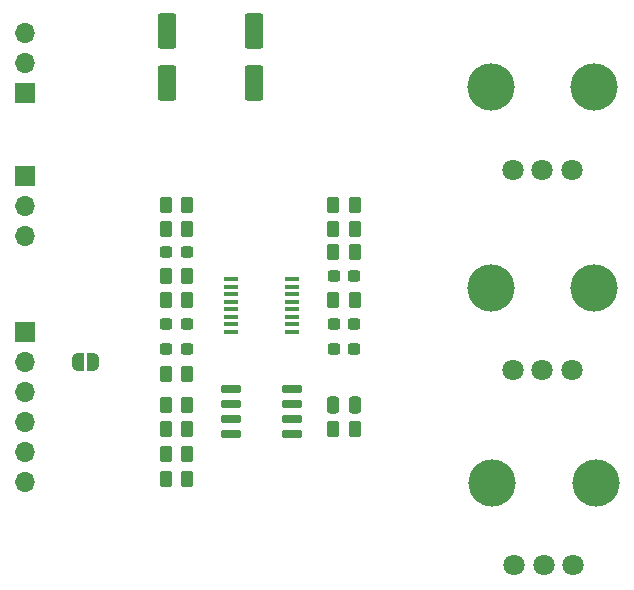
<source format=gbr>
%TF.GenerationSoftware,KiCad,Pcbnew,(6.0.11)*%
%TF.CreationDate,2023-01-31T16:53:48+00:00*%
%TF.ProjectId,Quilter,5175696c-7465-4722-9e6b-696361645f70,rev?*%
%TF.SameCoordinates,Original*%
%TF.FileFunction,Soldermask,Top*%
%TF.FilePolarity,Negative*%
%FSLAX46Y46*%
G04 Gerber Fmt 4.6, Leading zero omitted, Abs format (unit mm)*
G04 Created by KiCad (PCBNEW (6.0.11)) date 2023-01-31 16:53:48*
%MOMM*%
%LPD*%
G01*
G04 APERTURE LIST*
G04 Aperture macros list*
%AMRoundRect*
0 Rectangle with rounded corners*
0 $1 Rounding radius*
0 $2 $3 $4 $5 $6 $7 $8 $9 X,Y pos of 4 corners*
0 Add a 4 corners polygon primitive as box body*
4,1,4,$2,$3,$4,$5,$6,$7,$8,$9,$2,$3,0*
0 Add four circle primitives for the rounded corners*
1,1,$1+$1,$2,$3*
1,1,$1+$1,$4,$5*
1,1,$1+$1,$6,$7*
1,1,$1+$1,$8,$9*
0 Add four rect primitives between the rounded corners*
20,1,$1+$1,$2,$3,$4,$5,0*
20,1,$1+$1,$4,$5,$6,$7,0*
20,1,$1+$1,$6,$7,$8,$9,0*
20,1,$1+$1,$8,$9,$2,$3,0*%
%AMFreePoly0*
4,1,22,0.500000,-0.750000,0.000000,-0.750000,0.000000,-0.745033,-0.079941,-0.743568,-0.215256,-0.701293,-0.333266,-0.622738,-0.424486,-0.514219,-0.481581,-0.384460,-0.499164,-0.250000,-0.500000,-0.250000,-0.500000,0.250000,-0.499164,0.250000,-0.499963,0.256109,-0.478152,0.396186,-0.417904,0.524511,-0.324060,0.630769,-0.204165,0.706417,-0.067858,0.745374,0.000000,0.744959,0.000000,0.750000,
0.500000,0.750000,0.500000,-0.750000,0.500000,-0.750000,$1*%
%AMFreePoly1*
4,1,20,0.000000,0.744959,0.073905,0.744508,0.209726,0.703889,0.328688,0.626782,0.421226,0.519385,0.479903,0.390333,0.500000,0.250000,0.500000,-0.250000,0.499851,-0.262216,0.476331,-0.402017,0.414519,-0.529596,0.319384,-0.634700,0.198574,-0.708877,0.061801,-0.746166,0.000000,-0.745033,0.000000,-0.750000,-0.500000,-0.750000,-0.500000,0.750000,0.000000,0.750000,0.000000,0.744959,
0.000000,0.744959,$1*%
G04 Aperture macros list end*
%ADD10RoundRect,0.250000X-0.262500X-0.450000X0.262500X-0.450000X0.262500X0.450000X-0.262500X0.450000X0*%
%ADD11RoundRect,0.237500X-0.300000X-0.237500X0.300000X-0.237500X0.300000X0.237500X-0.300000X0.237500X0*%
%ADD12RoundRect,0.237500X0.300000X0.237500X-0.300000X0.237500X-0.300000X-0.237500X0.300000X-0.237500X0*%
%ADD13RoundRect,0.250000X0.262500X0.450000X-0.262500X0.450000X-0.262500X-0.450000X0.262500X-0.450000X0*%
%ADD14RoundRect,0.150000X-0.725000X-0.150000X0.725000X-0.150000X0.725000X0.150000X-0.725000X0.150000X0*%
%ADD15R,1.200000X0.400000*%
%ADD16C,1.800000*%
%ADD17C,4.000000*%
%ADD18FreePoly0,0.000000*%
%ADD19FreePoly1,0.000000*%
%ADD20R,1.700000X1.700000*%
%ADD21O,1.700000X1.700000*%
%ADD22RoundRect,0.250000X-0.250000X-0.475000X0.250000X-0.475000X0.250000X0.475000X-0.250000X0.475000X0*%
%ADD23RoundRect,0.250000X-0.550000X1.250000X-0.550000X-1.250000X0.550000X-1.250000X0.550000X1.250000X0*%
%ADD24RoundRect,0.250000X0.550000X-1.250000X0.550000X1.250000X-0.550000X1.250000X-0.550000X-1.250000X0*%
G04 APERTURE END LIST*
D10*
%TO.C,R14*%
X72087500Y-60500000D03*
X73912500Y-60500000D03*
%TD*%
D11*
%TO.C,C6*%
X57937500Y-72700000D03*
X59662500Y-72700000D03*
%TD*%
D12*
%TO.C,C5*%
X73862500Y-72700000D03*
X72137500Y-72700000D03*
%TD*%
%TO.C,C4*%
X73862500Y-70600000D03*
X72137500Y-70600000D03*
%TD*%
D11*
%TO.C,C3*%
X57937500Y-64500000D03*
X59662500Y-64500000D03*
%TD*%
%TO.C,C9*%
X72137500Y-66500000D03*
X73862500Y-66500000D03*
%TD*%
%TO.C,C7*%
X57937500Y-70600000D03*
X59662500Y-70600000D03*
%TD*%
D13*
%TO.C,R13*%
X59712500Y-74800000D03*
X57887500Y-74800000D03*
%TD*%
%TO.C,R4*%
X59712500Y-66500000D03*
X57887500Y-66500000D03*
%TD*%
D10*
%TO.C,R3*%
X57887500Y-60500000D03*
X59712500Y-60500000D03*
%TD*%
D13*
%TO.C,R2*%
X59712500Y-68500000D03*
X57887500Y-68500000D03*
%TD*%
%TO.C,R1*%
X59712500Y-62500000D03*
X57887500Y-62500000D03*
%TD*%
D14*
%TO.C,U2*%
X63425000Y-76095000D03*
X63425000Y-77365000D03*
X63425000Y-78635000D03*
X63425000Y-79905000D03*
X68575000Y-79905000D03*
X68575000Y-78635000D03*
X68575000Y-77365000D03*
X68575000Y-76095000D03*
%TD*%
D15*
%TO.C,U1*%
X68600000Y-66777500D03*
X68600000Y-67412500D03*
X68600000Y-68047500D03*
X68600000Y-68682500D03*
X68600000Y-69317500D03*
X68600000Y-69952500D03*
X68600000Y-70587500D03*
X68600000Y-71222500D03*
X63400000Y-71222500D03*
X63400000Y-70587500D03*
X63400000Y-69952500D03*
X63400000Y-69317500D03*
X63400000Y-68682500D03*
X63400000Y-68047500D03*
X63400000Y-67412500D03*
X63400000Y-66777500D03*
%TD*%
D16*
%TO.C,FREQ_OFFSET1*%
X87300000Y-57500000D03*
X89800000Y-57500000D03*
X92300000Y-57500000D03*
D17*
X85400000Y-50500000D03*
X94200000Y-50500000D03*
%TD*%
D16*
%TO.C,Q_CTRL1*%
X87300000Y-74500000D03*
X89800000Y-74500000D03*
X92300000Y-74500000D03*
D17*
X85400000Y-67500000D03*
X94200000Y-67500000D03*
%TD*%
D16*
%TO.C,V_OCT1*%
X87400000Y-91000000D03*
X89900000Y-91000000D03*
X92400000Y-91000000D03*
D17*
X85500000Y-84000000D03*
X94300000Y-84000000D03*
%TD*%
D13*
%TO.C,R12*%
X73912500Y-68500000D03*
X72087500Y-68500000D03*
%TD*%
D10*
%TO.C,R11*%
X72087500Y-62500000D03*
X73912500Y-62500000D03*
%TD*%
D13*
%TO.C,R10*%
X72087500Y-64500000D03*
X73912500Y-64500000D03*
%TD*%
D10*
%TO.C,R9*%
X59712500Y-77400000D03*
X57887500Y-77400000D03*
%TD*%
%TO.C,R8*%
X59712500Y-83700000D03*
X57887500Y-83700000D03*
%TD*%
D13*
%TO.C,R7*%
X59712500Y-81600000D03*
X57887500Y-81600000D03*
%TD*%
%TO.C,R6*%
X59712500Y-79500000D03*
X57887500Y-79500000D03*
%TD*%
D10*
%TO.C,R5*%
X72087500Y-79500000D03*
X73912500Y-79500000D03*
%TD*%
D18*
%TO.C,JP1*%
X50450000Y-73800000D03*
D19*
X51750000Y-73800000D03*
%TD*%
D20*
%TO.C,J3*%
X46000000Y-51000000D03*
D21*
X46000000Y-48460000D03*
X46000000Y-45920000D03*
%TD*%
D20*
%TO.C,J2*%
X46000000Y-58000000D03*
D21*
X46000000Y-60540000D03*
X46000000Y-63080000D03*
%TD*%
D20*
%TO.C,J1*%
X46000000Y-71250000D03*
D21*
X46000000Y-73790000D03*
X46000000Y-76330000D03*
X46000000Y-78870000D03*
X46000000Y-81410000D03*
X46000000Y-83950000D03*
%TD*%
D22*
%TO.C,C8*%
X72050000Y-77400000D03*
X73950000Y-77400000D03*
%TD*%
D23*
%TO.C,C2*%
X65400000Y-45800000D03*
X65400000Y-50200000D03*
%TD*%
D24*
%TO.C,C1*%
X58000000Y-45800000D03*
X58000000Y-50200000D03*
%TD*%
M02*

</source>
